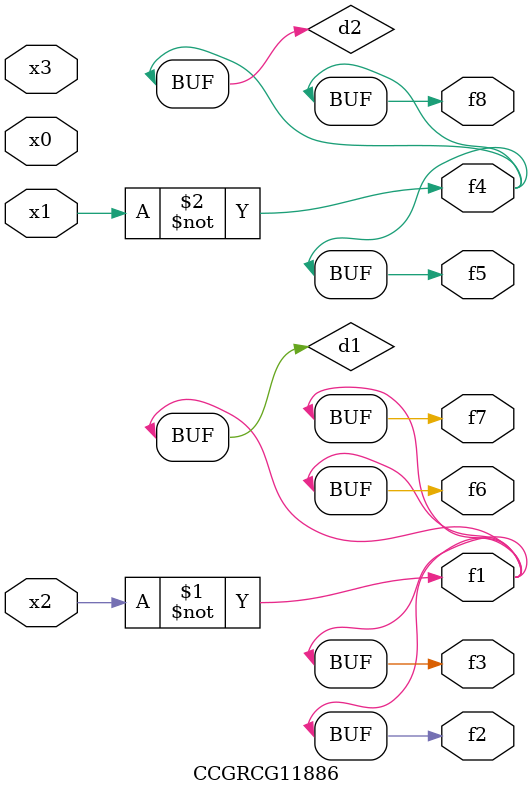
<source format=v>
module CCGRCG11886(
	input x0, x1, x2, x3,
	output f1, f2, f3, f4, f5, f6, f7, f8
);

	wire d1, d2;

	xnor (d1, x2);
	not (d2, x1);
	assign f1 = d1;
	assign f2 = d1;
	assign f3 = d1;
	assign f4 = d2;
	assign f5 = d2;
	assign f6 = d1;
	assign f7 = d1;
	assign f8 = d2;
endmodule

</source>
